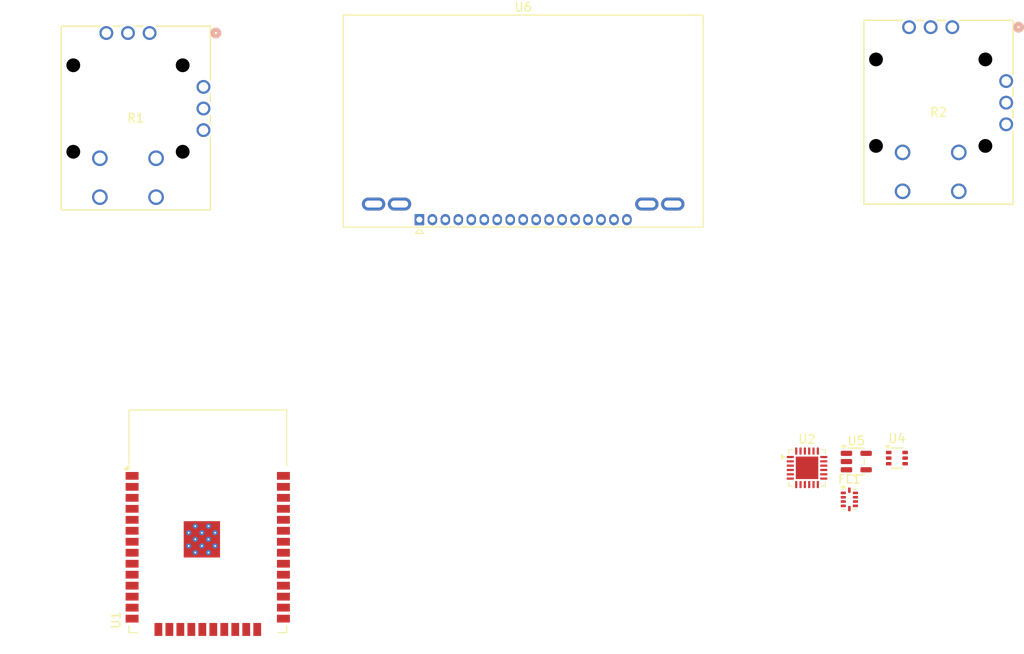
<source format=kicad_pcb>
(kicad_pcb (version 20241229) (generator "pcbnew") (generator_version "9.0")
  (layers (0 "F.Cu" signal) (2 "B.Cu" signal) (13 "F.Paste" user) (15 "B.Paste" user) (5 "F.SilkS" user "F.Silkscreen") (7 "B.SilkS" user "B.Silkscreen") (1 "F.Mask" user) (3 "B.Mask" user) (25 "Edge.Cuts" user))
  (net 0 "")
  (net 2 "Net-(FL1-GND-Pad10)")
  (net 27 "Net-(U1-GND-Pad1)")
  (net 64 "Net-(U2-GND-Pad2)")
  (footprint "Package_TO_SOT_SMD:SOT-363_SC-70-6" (layer "F.Cu") (at 185.195 140.3)
    (property "Reference" "U4" (at 0 -2.25 0) (layer "F.SilkS"))
    (property "Value" "PE4259")
    (fp_line (start -0.71 -1.16) (end 0.7 -1.16) (stroke (width 0.12)) (layer "F.SilkS"))
    (fp_line (start -0.7 1.16) (end 0.7 1.16) (stroke (width 0.12)) (layer "F.SilkS"))
    (fp_poly (pts (xy -1.08 -1.11) (xy -1.32 -1.44) (xy -0.84 -1.44) (xy -1.08 -1.11)) (stroke (width 0.12)) (fill yes) (layer "F.SilkS"))
    (pad "1" smd roundrect (at -0.95 -0.65) (size 0.65 0.4) (layers "F.Cu" "F.Mask" "F.Paste"))
    (pad "2" smd roundrect (at -0.95 0) (size 0.65 0.4) (layers "F.Cu" "F.Mask" "F.Paste"))
    (pad "3" smd roundrect (at -0.95 0.65) (size 0.65 0.4) (layers "F.Cu" "F.Mask" "F.Paste"))
    (pad "4" smd roundrect (at 0.95 0.65) (size 0.65 0.4) (layers "F.Cu" "F.Mask" "F.Paste"))
    (pad "5" smd roundrect (at 0.95 0) (size 0.65 0.4) (layers "F.Cu" "F.Mask" "F.Paste"))
    (pad "6" smd roundrect (at 0.95 -0.65) (size 0.65 0.4) (layers "F.Cu" "F.Mask" "F.Paste"))
  )
  (footprint "Package_TO_SOT_SMD:SOT-23-5" (layer "F.Cu") (at 180.495 140.7)
    (property "Reference" "U5" (at 0 -2.4 0) (layer "F.SilkS"))
    (property "Value" "AP2112K-3.3")
    (fp_line (start -0.91 -1.56) (end 0.91 -1.56) (stroke (width 0.12)) (layer "F.SilkS"))
    (fp_line (start -0.91 -1.51) (end -0.91 -1.56) (stroke (width 0.12)) (layer "F.SilkS"))
    (fp_line (start -0.91 1.56) (end -0.91 1.51) (stroke (width 0.12)) (layer "F.SilkS"))
    (fp_line (start 0.91 -1.56) (end 0.91 -1.51) (stroke (width 0.12)) (layer "F.SilkS"))
    (fp_line (start 0.91 -0.39) (end 0.91 0.39) (stroke (width 0.12)) (layer "F.SilkS"))
    (fp_line (start 0.91 1.51) (end 0.91 1.56) (stroke (width 0.12)) (layer "F.SilkS"))
    (fp_line (start 0.91 1.56) (end -0.91 1.56) (stroke (width 0.12)) (layer "F.SilkS"))
    (fp_poly (pts (xy -1.45 -1.51) (xy -1.69 -1.84) (xy -1.21 -1.84)) (stroke (width 0.12)) (fill yes) (layer "F.SilkS"))
    (pad "1" smd roundrect (at -1.1375 -0.95) (size 1.325 0.6) (layers "F.Cu" "F.Mask" "F.Paste"))
    (pad "2" smd roundrect (at -1.1375 0) (size 1.325 0.6) (layers "F.Cu" "F.Mask" "F.Paste"))
    (pad "3" smd roundrect (at -1.1375 0.95) (size 1.325 0.6) (layers "F.Cu" "F.Mask" "F.Paste"))
    (pad "4" smd roundrect (at 1.1375 0.95) (size 1.325 0.6) (layers "F.Cu" "F.Mask" "F.Paste"))
    (pad "5" smd roundrect (at 1.1375 -0.95) (size 1.325 0.6) (layers "F.Cu" "F.Mask" "F.Paste"))
  )
  (footprint "RF_Converter:Balun_Johanson_0900FM15K0039" (layer "F.Cu") (at 179.695 145.075)
    (property "Reference" "FL1" (at 0 -2.33 0) (layer "F.SilkS"))
    (property "Value" "0900FM15K0039")
    (fp_line (start -0.410513 -1.16) (end -0.41 -1.16) (stroke (width 0.12)) (layer "F.SilkS"))
    (fp_line (start -0.41 1.16) (end -0.735 1.16) (stroke (width 0.12)) (layer "F.SilkS"))
    (fp_line (start 0.41 -1.16) (end 0.735 -1.16) (stroke (width 0.12)) (layer "F.SilkS"))
    (fp_line (start 0.735 1.16) (end 0.41 1.16) (stroke (width 0.12)) (layer "F.SilkS"))
    (fp_poly (pts (xy -0.7 -1.17) (xy -0.94 -1.5) (xy -0.46 -1.5)) (stroke (width 0.12)) (fill yes) (layer "F.SilkS"))
    (pad "1" smd roundrect (at -0.7 -0.75) (size 0.6 0.3) (layers "F.Cu" "F.Mask" "F.Paste"))
    (pad "2" smd roundrect (at -0.7 -0.25) (size 0.6 0.3) (layers "F.Cu" "F.Mask" "F.Paste") (net 2 "Net-(FL1-GND-Pad10)"))
    (pad "3" smd roundrect (at -0.7 0.25) (size 0.6 0.3) (layers "F.Cu" "F.Mask" "F.Paste"))
    (pad "4" smd roundrect (at -0.7 0.75) (size 0.6 0.3) (layers "F.Cu" "F.Mask" "F.Paste"))
    (pad "5" smd roundrect (at 0 1.0625) (size 0.3 0.625) (layers "F.Cu" "F.Mask" "F.Paste") (net 2 "Net-(FL1-GND-Pad10)"))
    (pad "6" smd roundrect (at 0.7 0.75) (size 0.6 0.3) (layers "F.Cu" "F.Mask" "F.Paste"))
    (pad "7" smd roundrect (at 0.7 0.25) (size 0.6 0.3) (layers "F.Cu" "F.Mask" "F.Paste") (net 2 "Net-(FL1-GND-Pad10)"))
    (pad "8" smd roundrect (at 0.7 -0.25) (size 0.6 0.3) (layers "F.Cu" "F.Mask" "F.Paste"))
    (pad "9" smd roundrect (at 0.7 -0.75) (size 0.6 0.3) (layers "F.Cu" "F.Mask" "F.Paste") (net 2 "Net-(FL1-GND-Pad10)"))
    (pad "10" smd roundrect (at 0 -1.0625) (size 0.3 0.625) (layers "F.Cu" "F.Mask" "F.Paste") (net 2 "Net-(FL1-GND-Pad10)"))
  )
  (footprint "Imports:THB001P_CNK" (layer "F.Cu") (at 98.774999 91.145)
    (property "Reference" "R1" (at -1.599999 9.8329 0) (layer "F.SilkS"))
    (property "Value" "THB001P")
    (fp_line (start -10.223299 -0.797) (end -10.223299 20.462801) (stroke (width 0.1524)) (layer "F.SilkS"))
    (fp_line (start -10.223299 20.462801) (end 7.023301 20.462801) (stroke (width 0.1524)) (layer "F.SilkS"))
    (fp_line (start -5.805058 -0.797) (end -10.223299 -0.797) (stroke (width 0.1524)) (layer "F.SilkS"))
    (fp_line (start -3.305058 -0.797) (end -4.194943 -0.797) (stroke (width 0.1524)) (layer "F.SilkS"))
    (fp_line (start -0.805057 -0.797) (end -1.694943 -0.797) (stroke (width 0.1524)) (layer "F.SilkS"))
    (fp_line (start 7.023301 -0.797) (end 0.805057 -0.797) (stroke (width 0.1524)) (layer "F.SilkS"))
    (fp_line (start 7.023301 5.421297) (end 7.023301 -0.797) (stroke (width 0.1524)) (layer "F.SilkS"))
    (fp_line (start 7.023301 7.921297) (end 7.023301 7.038704) (stroke (width 0.1524)) (layer "F.SilkS"))
    (fp_line (start 7.023301 10.421297) (end 7.023301 9.538704) (stroke (width 0.1524)) (layer "F.SilkS"))
    (fp_line (start 7.023301 20.462801) (end 7.023301 12.038704) (stroke (width 0.1524)) (layer "F.SilkS"))
    (fp_circle (center 7.658301 0) (end 8.039301 0) (stroke (width 0.508)) (fill no) (layer "F.SilkS"))
    (fp_circle (center 7.658301 0) (end 8.039301 0) (stroke (width 0.508)) (fill no) (layer "B.SilkS"))
    (pad "" np_thru_hole circle (at -8.824999 3.73) (size 1.6002 1.6002) (drill 1.6002) (layers))
    (pad "" np_thru_hole circle (at -8.824999 13.73) (size 1.6002 1.6002) (drill 1.6002) (layers))
    (pad "" np_thru_hole circle (at 3.825001 3.73) (size 1.6002 1.6002) (drill 1.6002) (layers))
    (pad "" np_thru_hole circle (at 3.825001 13.73) (size 1.6002 1.6002) (drill 1.6002) (layers))
    (pad "1" thru_hole circle (at 0 0) (size 1.6002 1.6002) (drill 1.0922) (layers "*.Cu" "*.Mask"))
    (pad "1'" thru_hole circle (at 6.23 11.23) (size 1.6002 1.6002) (drill 1.0922) (layers "*.Cu" "*.Mask"))
    (pad "2" thru_hole circle (at -2.5 0) (size 1.6002 1.6002) (drill 1.0922) (layers "*.Cu" "*.Mask"))
    (pad "2'" thru_hole circle (at 6.23 8.73) (size 1.6002 1.6002) (drill 1.0922) (layers "*.Cu" "*.Mask"))
    (pad "3" thru_hole circle (at -5 0) (size 1.6002 1.6002) (drill 1.0922) (layers "*.Cu" "*.Mask"))
    (pad "3'" thru_hole circle (at 6.23 6.23) (size 1.6002 1.6002) (drill 1.0922) (layers "*.Cu" "*.Mask"))
    (pad "A" thru_hole circle (at -5.749999 14.48) (size 1.8034 1.8034) (drill 1.2954) (layers "*.Cu" "*.Mask"))
    (pad "B" thru_hole circle (at 0.750001 14.48) (size 1.8034 1.8034) (drill 1.2954) (layers "*.Cu" "*.Mask"))
    (pad "C" thru_hole circle (at -5.749999 18.98) (size 1.8034 1.8034) (drill 1.2954) (layers "*.Cu" "*.Mask"))
    (pad "D" thru_hole circle (at 0.750001 18.98) (size 1.8034 1.8034) (drill 1.2954) (layers "*.Cu" "*.Mask"))
  )
  (footprint "Package_DFN_QFN:QFN-24-1EP_4x4mm_P0.5mm_EP2.6x2.6mm" (layer "F.Cu") (at 174.8 141.425)
    (property "Reference" "U2" (at 0 -3.3 0) (layer "F.SilkS"))
    (property "Value" "SX1262IMLTRT")
    (fp_line (start -2.11 -2.11) (end -1.635 -2.11) (stroke (width 0.12)) (layer "F.SilkS"))
    (fp_line (start -2.11 -1.635) (end -2.11 -2.11) (stroke (width 0.12)) (layer "F.SilkS"))
    (fp_line (start -2.11 2.11) (end -2.11 1.635) (stroke (width 0.12)) (layer "F.SilkS"))
    (fp_line (start -1.635 2.11) (end -2.11 2.11) (stroke (width 0.12)) (layer "F.SilkS"))
    (fp_line (start 1.635 -2.11) (end 2.11 -2.11) (stroke (width 0.12)) (layer "F.SilkS"))
    (fp_line (start 2.11 -2.11) (end 2.11 -1.635) (stroke (width 0.12)) (layer "F.SilkS"))
    (fp_line (start 2.11 1.635) (end 2.11 2.11) (stroke (width 0.12)) (layer "F.SilkS"))
    (fp_line (start 2.11 2.11) (end 1.635 2.11) (stroke (width 0.12)) (layer "F.SilkS"))
    (fp_poly (pts (xy -2.61 -1.25) (xy -2.94 -1.01) (xy -2.94 -1.49)) (stroke (width 0.12)) (fill yes) (layer "F.SilkS"))
    (pad "1" smd roundrect (at -1.9375 -1.25) (size 0.825 0.25) (layers "F.Cu" "F.Mask" "F.Paste"))
    (pad "2" smd roundrect (at -1.9375 -0.75) (size 0.825 0.25) (layers "F.Cu" "F.Mask" "F.Paste") (net 64 "Net-(U2-GND-Pad2)"))
    (pad "3" smd roundrect (at -1.9375 -0.25) (size 0.825 0.25) (layers "F.Cu" "F.Mask" "F.Paste"))
    (pad "4" smd roundrect (at -1.9375 0.25) (size 0.825 0.25) (layers "F.Cu" "F.Mask" "F.Paste"))
    (pad "5" smd roundrect (at -1.9375 0.75) (size 0.825 0.25) (layers "F.Cu" "F.Mask" "F.Paste") (net 64 "Net-(U2-GND-Pad2)"))
    (pad "6" smd roundrect (at -1.9375 1.25) (size 0.825 0.25) (layers "F.Cu" "F.Mask" "F.Paste"))
    (pad "7" smd roundrect (at -1.25 1.9375) (size 0.25 0.825) (layers "F.Cu" "F.Mask" "F.Paste"))
    (pad "8" smd roundrect (at -0.75 1.9375) (size 0.25 0.825) (layers "F.Cu" "F.Mask" "F.Paste") (net 64 "Net-(U2-GND-Pad2)"))
    (pad "9" smd roundrect (at -0.25 1.9375) (size 0.25 0.825) (layers "F.Cu" "F.Mask" "F.Paste"))
    (pad "10" smd roundrect (at 0.25 1.9375) (size 0.25 0.825) (layers "F.Cu" "F.Mask" "F.Paste"))
    (pad "11" smd roundrect (at 0.75 1.9375) (size 0.25 0.825) (layers "F.Cu" "F.Mask" "F.Paste"))
    (pad "12" smd roundrect (at 1.25 1.9375) (size 0.25 0.825) (layers "F.Cu" "F.Mask" "F.Paste"))
    (pad "13" smd roundrect (at 1.9375 1.25) (size 0.825 0.25) (layers "F.Cu" "F.Mask" "F.Paste"))
    (pad "14" smd roundrect (at 1.9375 0.75) (size 0.825 0.25) (layers "F.Cu" "F.Mask" "F.Paste"))
    (pad "15" smd roundrect (at 1.9375 0.25) (size 0.825 0.25) (layers "F.Cu" "F.Mask" "F.Paste"))
    (pad "16" smd roundrect (at 1.9375 -0.25) (size 0.825 0.25) (layers "F.Cu" "F.Mask" "F.Paste"))
    (pad "17" smd roundrect (at 1.9375 -0.75) (size 0.825 0.25) (layers "F.Cu" "F.Mask" "F.Paste"))
    (pad "18" smd roundrect (at 1.9375 -1.25) (size 0.825 0.25) (layers "F.Cu" "F.Mask" "F.Paste"))
    (pad "19" smd roundrect (at 1.25 -1.9375) (size 0.25 0.825) (layers "F.Cu" "F.Mask" "F.Paste"))
    (pad "20" smd roundrect (at 0.75 -1.9375) (size 0.25 0.825) (layers "F.Cu" "F.Mask" "F.Paste") (net 64 "Net-(U2-GND-Pad2)"))
    (pad "21" smd roundrect (at 0.25 -1.9375) (size 0.25 0.825) (layers "F.Cu" "F.Mask" "F.Paste"))
    (pad "22" smd roundrect (at -0.25 -1.9375) (size 0.25 0.825) (layers "F.Cu" "F.Mask" "F.Paste"))
    (pad "23" smd roundrect (at -0.75 -1.9375) (size 0.25 0.825) (layers "F.Cu" "F.Mask" "F.Paste"))
    (pad "24" smd roundrect (at -1.25 -1.9375) (size 0.25 0.825) (layers "F.Cu" "F.Mask" "F.Paste"))
    (pad "25" smd rect (at 0 0) (size 2.6 2.6) (property pad_prop_heatsink) (layers "F.Cu" "F.Mask") (net 64 "Net-(U2-GND-Pad2)"))
  )
  (footprint "RF_Module:ESP32-WROOM-32" (layer "F.Cu") (at 105.5 150.605)
    (property "Reference" "U1" (at -10.61 8.43 90) (layer "F.SilkS"))
    (property "Value" "ESP32-WROOM-32")
    (fp_line (start -9.12 -15.86) (end -9.12 -9.7) (stroke (width 0.12)) (layer "F.SilkS"))
    (fp_line (start -9.12 -15.86) (end 9.12 -15.86) (stroke (width 0.12)) (layer "F.SilkS"))
    (fp_line (start -9.12 9.1) (end -9.12 9.88) (stroke (width 0.12)) (layer "F.SilkS"))
    (fp_line (start -9.12 9.88) (end -8.12 9.88) (stroke (width 0.12)) (layer "F.SilkS"))
    (fp_line (start 9.12 -15.86) (end 9.12 -9.445) (stroke (width 0.12)) (layer "F.SilkS"))
    (fp_line (start 9.12 9.1) (end 9.12 9.88) (stroke (width 0.12)) (layer "F.SilkS"))
    (fp_line (start 9.12 9.88) (end 8.12 9.88) (stroke (width 0.12)) (layer "F.SilkS"))
    (fp_poly (pts (xy -9.125 -8.975) (xy -9.625 -8.975) (xy -9.125 -9.475) (xy -9.125 -8.975)) (stroke (width 0.12)) (fill yes) (layer "F.SilkS"))
    (pad "1" smd rect (at -8.75 -8.25) (size 1.5 0.9) (layers "F.Cu" "F.Mask" "F.Paste") (net 27 "Net-(U1-GND-Pad1)"))
    (pad "2" smd rect (at -8.75 -6.98) (size 1.5 0.9) (layers "F.Cu" "F.Mask" "F.Paste"))
    (pad "3" smd rect (at -8.75 -5.71) (size 1.5 0.9) (layers "F.Cu" "F.Mask" "F.Paste"))
    (pad "4" smd rect (at -8.75 -4.44) (size 1.5 0.9) (layers "F.Cu" "F.Mask" "F.Paste"))
    (pad "5" smd rect (at -8.75 -3.17) (size 1.5 0.9) (layers "F.Cu" "F.Mask" "F.Paste"))
    (pad "6" smd rect (at -8.75 -1.9) (size 1.5 0.9) (layers "F.Cu" "F.Mask" "F.Paste"))
    (pad "7" smd rect (at -8.75 -0.63) (size 1.5 0.9) (layers "F.Cu" "F.Mask" "F.Paste"))
    (pad "8" smd rect (at -8.75 0.64) (size 1.5 0.9) (layers "F.Cu" "F.Mask" "F.Paste"))
    (pad "9" smd rect (at -8.75 1.91) (size 1.5 0.9) (layers "F.Cu" "F.Mask" "F.Paste"))
    (pad "10" smd rect (at -8.75 3.18) (size 1.5 0.9) (layers "F.Cu" "F.Mask" "F.Paste"))
    (pad "11" smd rect (at -8.75 4.45) (size 1.5 0.9) (layers "F.Cu" "F.Mask" "F.Paste"))
    (pad "12" smd rect (at -8.75 5.72) (size 1.5 0.9) (layers "F.Cu" "F.Mask" "F.Paste"))
    (pad "13" smd rect (at -8.75 6.99) (size 1.5 0.9) (layers "F.Cu" "F.Mask" "F.Paste"))
    (pad "14" smd rect (at -8.75 8.26) (size 1.5 0.9) (layers "F.Cu" "F.Mask" "F.Paste"))
    (pad "15" smd rect (at -5.71 9.51 90) (size 1.5 0.9) (layers "F.Cu" "F.Mask" "F.Paste") (net 27 "Net-(U1-GND-Pad1)"))
    (pad "16" smd rect (at -4.44 9.51 90) (size 1.5 0.9) (layers "F.Cu" "F.Mask" "F.Paste"))
    (pad "17" smd rect (at -3.17 9.51 90) (size 1.5 0.9) (layers "F.Cu" "F.Mask" "F.Paste"))
    (pad "18" smd rect (at -1.9 9.51 90) (size 1.5 0.9) (layers "F.Cu" "F.Mask" "F.Paste"))
    (pad "19" smd rect (at -0.63 9.51 90) (size 1.5 0.9) (layers "F.Cu" "F.Mask" "F.Paste"))
    (pad "20" smd rect (at 0.64 9.51 90) (size 1.5 0.9) (layers "F.Cu" "F.Mask" "F.Paste"))
    (pad "21" smd rect (at 1.91 9.51 90) (size 1.5 0.9) (layers "F.Cu" "F.Mask" "F.Paste"))
    (pad "22" smd rect (at 3.18 9.51 90) (size 1.5 0.9) (layers "F.Cu" "F.Mask" "F.Paste"))
    (pad "23" smd rect (at 4.45 9.51 90) (size 1.5 0.9) (layers "F.Cu" "F.Mask" "F.Paste"))
    (pad "24" smd rect (at 5.72 9.51 90) (size 1.5 0.9) (layers "F.Cu" "F.Mask" "F.Paste"))
    (pad "25" smd rect (at 8.75 8.26) (size 1.5 0.9) (layers "F.Cu" "F.Mask" "F.Paste"))
    (pad "26" smd rect (at 8.75 6.99) (size 1.5 0.9) (layers "F.Cu" "F.Mask" "F.Paste"))
    (pad "27" smd rect (at 8.75 5.72) (size 1.5 0.9) (layers "F.Cu" "F.Mask" "F.Paste"))
    (pad "28" smd rect (at 8.75 4.45) (size 1.5 0.9) (layers "F.Cu" "F.Mask" "F.Paste"))
    (pad "29" smd rect (at 8.75 3.18) (size 1.5 0.9) (layers "F.Cu" "F.Mask" "F.Paste"))
    (pad "30" smd rect (at 8.75 1.91) (size 1.5 0.9) (layers "F.Cu" "F.Mask" "F.Paste"))
    (pad "31" smd rect (at 8.75 0.64) (size 1.5 0.9) (layers "F.Cu" "F.Mask" "F.Paste"))
    (pad "32" smd rect (at 8.75 -0.63) (size 1.5 0.9) (layers "F.Cu" "F.Mask" "F.Paste"))
    (pad "33" smd rect (at 8.75 -1.9) (size 1.5 0.9) (layers "F.Cu" "F.Mask" "F.Paste"))
    (pad "34" smd rect (at 8.75 -3.17) (size 1.5 0.9) (layers "F.Cu" "F.Mask" "F.Paste"))
    (pad "35" smd rect (at 8.75 -4.44) (size 1.5 0.9) (layers "F.Cu" "F.Mask" "F.Paste"))
    (pad "36" smd rect (at 8.75 -5.71) (size 1.5 0.9) (layers "F.Cu" "F.Mask" "F.Paste"))
    (pad "37" smd rect (at 8.75 -6.98) (size 1.5 0.9) (layers "F.Cu" "F.Mask" "F.Paste"))
    (pad "38" smd rect (at 8.75 -8.25) (size 1.5 0.9) (layers "F.Cu" "F.Mask" "F.Paste") (net 27 "Net-(U1-GND-Pad1)"))
    (pad "39" smd rect (at -2.205 -2.435) (size 1.05 1.05) (layers "F.Cu" "F.Paste") (net 27 "Net-(U1-GND-Pad1)"))
    (pad "39" thru_hole circle (at -2.205 -1.6725) (size 0.6 0.6) (drill 0.2) (property pad_prop_heatsink) (layers "*.Cu" "F.Mask") (net 27 "Net-(U1-GND-Pad1)"))
    (pad "39" smd rect (at -2.205 -0.91) (size 1.05 1.05) (layers "F.Cu" "F.Paste") (net 27 "Net-(U1-GND-Pad1)"))
    (pad "39" thru_hole circle (at -2.205 -0.1475) (size 0.6 0.6) (drill 0.2) (property pad_prop_heatsink) (layers "*.Cu" "F.Mask") (net 27 "Net-(U1-GND-Pad1)"))
    (pad "39" smd rect (at -2.205 0.615) (size 1.05 1.05) (layers "F.Cu" "F.Paste") (net 27 "Net-(U1-GND-Pad1)"))
    (pad "39" thru_hole circle (at -1.4425 -2.435) (size 0.6 0.6) (drill 0.2) (property pad_prop_heatsink) (layers "*.Cu" "F.Mask") (net 27 "Net-(U1-GND-Pad1)"))
    (pad "39" thru_hole circle (at -1.4425 -0.91) (size 0.6 0.6) (drill 0.2) (property pad_prop_heatsink) (layers "*.Cu" "F.Mask") (net 27 "Net-(U1-GND-Pad1)"))
    (pad "39" thru_hole circle (at -1.4425 0.615) (size 0.6 0.6) (drill 0.2) (property pad_prop_heatsink) (layers "*.Cu" "F.Mask") (net 27 "Net-(U1-GND-Pad1)"))
    (pad "39" smd rect (at -0.68 -2.435) (size 1.05 1.05) (layers "F.Cu" "F.Paste") (net 27 "Net-(U1-GND-Pad1)"))
    (pad "39" thru_hole circle (at -0.68 -1.6725) (size 0.6 0.6) (drill 0.2) (property pad_prop_heatsink) (layers "*.Cu" "F.Mask") (net 27 "Net-(U1-GND-Pad1)"))
    (pad "39" smd rect (at -0.68 -0.91) (size 1.05 1.05) (layers "F.Cu" "F.Paste") (net 27 "Net-(U1-GND-Pad1)"))
    (pad "39" smd rect (at -0.68 -0.91) (size 4.2 4.2) (property pad_prop_heatsink) (layers "F.Cu" "F.Mask") (net 27 "Net-(U1-GND-Pad1)"))
    (pad "39" thru_hole circle (at -0.68 -0.1475) (size 0.6 0.6) (drill 0.2) (property pad_prop_heatsink) (layers "*.Cu" "F.Mask") (net 27 "Net-(U1-GND-Pad1)"))
    (pad "39" smd rect (at -0.68 0.615) (size 1.05 1.05) (layers "F.Cu" "F.Paste") (net 27 "Net-(U1-GND-Pad1)"))
    (pad "39" thru_hole circle (at 0.0825 -2.435) (size 0.6 0.6) (drill 0.2) (property pad_prop_heatsink) (layers "*.Cu" "F.Mask") (net 27 "Net-(U1-GND-Pad1)"))
    (pad "39" thru_hole circle (at 0.0825 -0.91) (size 0.6 0.6) (drill 0.2) (property pad_prop_heatsink) (layers "*.Cu" "F.Mask") (net 27 "Net-(U1-GND-Pad1)"))
    (pad "39" thru_hole circle (at 0.0825 0.615) (size 0.6 0.6) (drill 0.2) (property pad_prop_heatsink) (layers "*.Cu" "F.Mask") (net 27 "Net-(U1-GND-Pad1)"))
    (pad "39" smd rect (at 0.845 -2.435) (size 1.05 1.05) (layers "F.Cu" "F.Paste") (net 27 "Net-(U1-GND-Pad1)"))
    (pad "39" thru_hole circle (at 0.845 -1.6725) (size 0.6 0.6) (drill 0.2) (property pad_prop_heatsink) (layers "*.Cu" "F.Mask") (net 27 "Net-(U1-GND-Pad1)"))
    (pad "39" smd rect (at 0.845 -0.91) (size 1.05 1.05) (layers "F.Cu" "F.Paste") (net 27 "Net-(U1-GND-Pad1)"))
    (pad "39" thru_hole circle (at 0.845 -0.1475) (size 0.6 0.6) (drill 0.2) (property pad_prop_heatsink) (layers "*.Cu" "F.Mask") (net 27 "Net-(U1-GND-Pad1)"))
    (pad "39" smd rect (at 0.845 0.615) (size 1.05 1.05) (layers "F.Cu" "F.Paste") (net 27 "Net-(U1-GND-Pad1)"))
  )
  (footprint "Display:NHD-C12832A1Z-FSRGB" (layer "F.Cu") (at 129.975 112.725)
    (property "Reference" "U6" (at 12 -24.55 0) (layer "F.SilkS"))
    (property "Value" "NHD-C12832A1Z-FSRGB")
    (fp_line (start -0.5 1.6) (end 0 1.1) (stroke (width 0.12)) (layer "F.SilkS"))
    (fp_line (start 0 1.1) (end 0.5 1.6) (stroke (width 0.12)) (layer "F.SilkS"))
    (fp_line (start 0.5 1.6) (end -0.5 1.6) (stroke (width 0.12)) (layer "F.SilkS"))
    (fp_rect (start -8.81 -23.66) (end 32.81 0.86) (stroke (width 0.12)) (fill no) (layer "F.SilkS"))
    (pad "" np_thru_hole circle (at -8.1 -22.95) (size 0.9 0.9) (drill 0.9) (layers "*.Cu" "*.Mask"))
    (pad "" np_thru_hole circle (at -8.1 0.15) (size 0.9 0.9) (drill 0.9) (layers "*.Cu" "*.Mask"))
    (pad "" np_thru_hole circle (at 32.1 -22.95) (size 0.9 0.9) (drill 0.9) (layers "*.Cu" "*.Mask"))
    (pad "" np_thru_hole circle (at 32.1 0.15) (size 0.9 0.9) (drill 0.9) (layers "*.Cu" "*.Mask"))
    (pad "1" thru_hole rect (at 0 0) (size 1.1 1.3) (drill 0.7) (layers "*.Cu" "*.Mask"))
    (pad "2" thru_hole oval (at 1.5 0) (size 1.1 1.3) (drill 0.7) (layers "*.Cu" "*.Mask"))
    (pad "3" thru_hole oval (at 3 0) (size 1.1 1.3) (drill 0.7) (layers "*.Cu" "*.Mask"))
    (pad "4" thru_hole oval (at 4.5 0) (size 1.1 1.3) (drill 0.7) (layers "*.Cu" "*.Mask"))
    (pad "5" thru_hole oval (at 6 0) (size 1.1 1.3) (drill 0.7) (layers "*.Cu" "*.Mask"))
    (pad "6" thru_hole oval (at 7.5 0) (size 1.1 1.3) (drill 0.7) (layers "*.Cu" "*.Mask"))
    (pad "7" thru_hole oval (at 9 0) (size 1.1 1.3) (drill 0.7) (layers "*.Cu" "*.Mask"))
    (pad "8" thru_hole oval (at 10.5 0) (size 1.1 1.3) (drill 0.7) (layers "*.Cu" "*.Mask"))
    (pad "9" thru_hole oval (at 12 0) (size 1.1 1.3) (drill 0.7) (layers "*.Cu" "*.Mask"))
    (pad "10" thru_hole oval (at 13.5 0) (size 1.1 1.3) (drill 0.7) (layers "*.Cu" "*.Mask"))
    (pad "11" thru_hole oval (at 15 0) (size 1.1 1.3) (drill 0.7) (layers "*.Cu" "*.Mask"))
    (pad "12" thru_hole oval (at 16.5 0) (size 1.1 1.3) (drill 0.7) (layers "*.Cu" "*.Mask"))
    (pad "13" thru_hole oval (at 18 0) (size 1.1 1.3) (drill 0.7) (layers "*.Cu" "*.Mask"))
    (pad "14" thru_hole oval (at 19.5 0) (size 1.1 1.3) (drill 0.7) (layers "*.Cu" "*.Mask"))
    (pad "15" thru_hole oval (at 21 0) (size 1.1 1.3) (drill 0.7) (layers "*.Cu" "*.Mask"))
    (pad "16" thru_hole oval (at 22.5 0) (size 1.1 1.3) (drill 0.7) (layers "*.Cu" "*.Mask"))
    (pad "17" thru_hole oval (at 24 0) (size 1.1 1.3) (drill 0.7) (layers "*.Cu" "*.Mask"))
    (pad "18" thru_hole oval (at -5.3 -1.8) (size 2.7 1.5) (drill oval 2 0.8) (layers "*.Cu" "*.Mask"))
    (pad "19" thru_hole oval (at -2.3 -1.8) (size 2.7 1.5) (drill oval 2 0.8) (layers "*.Cu" "*.Mask"))
    (pad "20" thru_hole oval (at 26.3 -1.8) (size 2.7 1.5) (drill oval 2 0.8) (layers "*.Cu" "*.Mask"))
    (pad "21" thru_hole oval (at 29.3 -1.8) (size 2.7 1.5) (drill oval 2 0.8) (layers "*.Cu" "*.Mask"))
  )
  (footprint "Imports:THB001P_CNK" (layer "F.Cu") (at 191.599999 90.47)
    (property "Reference" "R2" (at -1.599999 9.8329 0) (layer "F.SilkS"))
    (property "Value" "THB001P")
    (fp_line (start -10.223299 -0.797) (end -10.223299 20.462801) (stroke (width 0.1524)) (layer "F.SilkS"))
    (fp_line (start -10.223299 20.462801) (end 7.023301 20.462801) (stroke (width 0.1524)) (layer "F.SilkS"))
    (fp_line (start -5.805058 -0.797) (end -10.223299 -0.797) (stroke (width 0.1524)) (layer "F.SilkS"))
    (fp_line (start -3.305058 -0.797) (end -4.194943 -0.797) (stroke (width 0.1524)) (layer "F.SilkS"))
    (fp_line (start -0.805057 -0.797) (end -1.694943 -0.797) (stroke (width 0.1524)) (layer "F.SilkS"))
    (fp_line (start 7.023301 -0.797) (end 0.805057 -0.797) (stroke (width 0.1524)) (layer "F.SilkS"))
    (fp_line (start 7.023301 5.421297) (end 7.023301 -0.797) (stroke (width 0.1524)) (layer "F.SilkS"))
    (fp_line (start 7.023301 7.921297) (end 7.023301 7.038704) (stroke (width 0.1524)) (layer "F.SilkS"))
    (fp_line (start 7.023301 10.421297) (end 7.023301 9.538704) (stroke (width 0.1524)) (layer "F.SilkS"))
    (fp_line (start 7.023301 20.462801) (end 7.023301 12.038704) (stroke (width 0.1524)) (layer "F.SilkS"))
    (fp_circle (center 7.658301 0) (end 8.039301 0) (stroke (width 0.508)) (fill no) (layer "F.SilkS"))
    (fp_circle (center 7.658301 0) (end 8.039301 0) (stroke (width 0.508)) (fill no) (layer "B.SilkS"))
    (pad "" np_thru_hole circle (at -8.824999 3.73) (size 1.6002 1.6002) (drill 1.6002) (layers))
    (pad "" np_thru_hole circle (at -8.824999 13.73) (size 1.6002 1.6002) (drill 1.6002) (layers))
    (pad "" np_thru_hole circle (at 3.825001 3.73) (size 1.6002 1.6002) (drill 1.6002) (layers))
    (pad "" np_thru_hole circle (at 3.825001 13.73) (size 1.6002 1.6002) (drill 1.6002) (layers))
    (pad "1" thru_hole circle (at 0 0) (size 1.6002 1.6002) (drill 1.0922) (layers "*.Cu" "*.Mask"))
    (pad "1'" thru_hole circle (at 6.23 11.23) (size 1.6002 1.6002) (drill 1.0922) (layers "*.Cu" "*.Mask"))
    (pad "2" thru_hole circle (at -2.5 0) (size 1.6002 1.6002) (drill 1.0922) (layers "*.Cu" "*.Mask"))
    (pad "2'" thru_hole circle (at 6.23 8.73) (size 1.6002 1.6002) (drill 1.0922) (layers "*.Cu" "*.Mask"))
    (pad "3" thru_hole circle (at -5 0) (size 1.6002 1.6002) (drill 1.0922) (layers "*.Cu" "*.Mask"))
    (pad "3'" thru_hole circle (at 6.23 6.23) (size 1.6002 1.6002) (drill 1.0922) (layers "*.Cu" "*.Mask"))
    (pad "A" thru_hole circle (at -5.749999 14.48) (size 1.8034 1.8034) (drill 1.2954) (layers "*.Cu" "*.Mask"))
    (pad "B" thru_hole circle (at 0.750001 14.48) (size 1.8034 1.8034) (drill 1.2954) (layers "*.Cu" "*.Mask"))
    (pad "C" thru_hole circle (at -5.749999 18.98) (size 1.8034 1.8034) (drill 1.2954) (layers "*.Cu" "*.Mask"))
    (pad "D" thru_hole circle (at 0.750001 18.98) (size 1.8034 1.8034) (drill 1.2954) (layers "*.Cu" "*.Mask"))
  )
)
</source>
